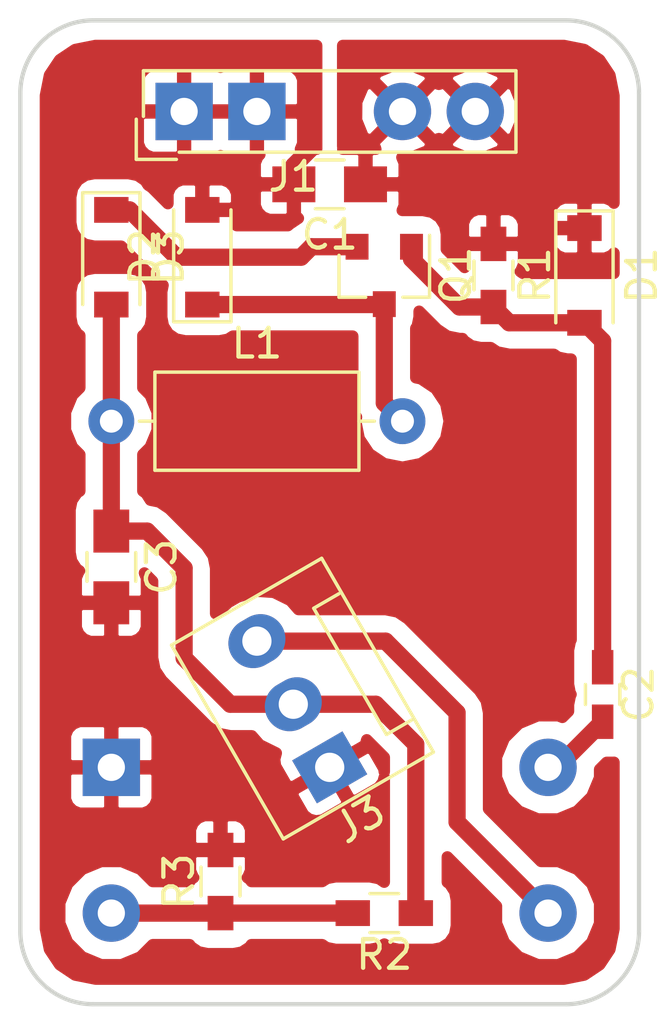
<source format=kicad_pcb>
(kicad_pcb (version 4) (host pcbnew 4.0.7)

  (general
    (links 26)
    (no_connects 1)
    (area 0.559999 0.559999 22.300001 35.000001)
    (thickness 1.6)
    (drawings 8)
    (tracks 37)
    (zones 0)
    (modules 13)
    (nets 9)
  )

  (page A4)
  (layers
    (0 F.Cu signal)
    (31 B.Cu signal)
    (32 B.Adhes user)
    (33 F.Adhes user)
    (34 B.Paste user)
    (35 F.Paste user)
    (36 B.SilkS user)
    (37 F.SilkS user)
    (38 B.Mask user)
    (39 F.Mask user)
    (40 Dwgs.User user)
    (41 Cmts.User user)
    (42 Eco1.User user)
    (43 Eco2.User user)
    (44 Edge.Cuts user)
    (45 Margin user)
    (46 B.CrtYd user)
    (47 F.CrtYd user)
    (48 B.Fab user)
    (49 F.Fab user hide)
  )

  (setup
    (last_trace_width 0.6)
    (trace_clearance 0.4)
    (zone_clearance 0.6)
    (zone_45_only no)
    (trace_min 0.2)
    (segment_width 0.2)
    (edge_width 0.15)
    (via_size 0.6)
    (via_drill 0.4)
    (via_min_size 0.4)
    (via_min_drill 0.3)
    (uvia_size 0.3)
    (uvia_drill 0.1)
    (uvias_allowed no)
    (uvia_min_size 0.2)
    (uvia_min_drill 0.1)
    (pcb_text_width 0.3)
    (pcb_text_size 1.5 1.5)
    (mod_edge_width 0.15)
    (mod_text_size 1 1)
    (mod_text_width 0.15)
    (pad_size 1.524 1.524)
    (pad_drill 0.762)
    (pad_to_mask_clearance 0.2)
    (aux_axis_origin 0 0)
    (visible_elements 7FFEFFFF)
    (pcbplotparams
      (layerselection 0x01000_00000001)
      (usegerberextensions false)
      (excludeedgelayer true)
      (linewidth 0.100000)
      (plotframeref false)
      (viasonmask false)
      (mode 1)
      (useauxorigin false)
      (hpglpennumber 1)
      (hpglpenspeed 20)
      (hpglpendiameter 15)
      (hpglpenoverlay 2)
      (psnegative false)
      (psa4output false)
      (plotreference true)
      (plotvalue true)
      (plotinvisibletext false)
      (padsonsilk false)
      (subtractmaskfromsilk false)
      (outputformat 1)
      (mirror false)
      (drillshape 0)
      (scaleselection 1)
      (outputdirectory ""))
  )

  (net 0 "")
  (net 1 +12V)
  (net 2 GND)
  (net 3 /FAN_ADC)
  (net 4 /FAN_RPM)
  (net 5 /FAN_CTRL)
  (net 6 /GATE)
  (net 7 /FAN_VOUT)
  (net 8 /IND_SW)

  (net_class Default "This is the default net class."
    (clearance 0.4)
    (trace_width 0.6)
    (via_dia 0.6)
    (via_drill 0.4)
    (uvia_dia 0.3)
    (uvia_drill 0.1)
    (add_net +12V)
    (add_net /FAN_ADC)
    (add_net /FAN_CTRL)
    (add_net /FAN_RPM)
    (add_net /FAN_VOUT)
    (add_net /GATE)
    (add_net /IND_SW)
    (add_net GND)
  )

  (module Capacitors_SMD:C_0603_HandSoldering placed (layer F.Cu) (tedit 58AA848B) (tstamp 5AA81431)
    (at 20.955 24.13 270)
    (descr "Capacitor SMD 0603, hand soldering")
    (tags "capacitor 0603")
    (path /5AA40C84)
    (attr smd)
    (fp_text reference C2 (at 0 -1.25 270) (layer F.SilkS)
      (effects (font (size 1 1) (thickness 0.15)))
    )
    (fp_text value .047u (at 0 1.5 270) (layer F.Fab)
      (effects (font (size 1 1) (thickness 0.15)))
    )
    (fp_text user %R (at 0 -1.25 270) (layer F.Fab)
      (effects (font (size 1 1) (thickness 0.15)))
    )
    (fp_line (start -0.8 0.4) (end -0.8 -0.4) (layer F.Fab) (width 0.1))
    (fp_line (start 0.8 0.4) (end -0.8 0.4) (layer F.Fab) (width 0.1))
    (fp_line (start 0.8 -0.4) (end 0.8 0.4) (layer F.Fab) (width 0.1))
    (fp_line (start -0.8 -0.4) (end 0.8 -0.4) (layer F.Fab) (width 0.1))
    (fp_line (start -0.35 -0.6) (end 0.35 -0.6) (layer F.SilkS) (width 0.12))
    (fp_line (start 0.35 0.6) (end -0.35 0.6) (layer F.SilkS) (width 0.12))
    (fp_line (start -1.8 -0.65) (end 1.8 -0.65) (layer F.CrtYd) (width 0.05))
    (fp_line (start -1.8 -0.65) (end -1.8 0.65) (layer F.CrtYd) (width 0.05))
    (fp_line (start 1.8 0.65) (end 1.8 -0.65) (layer F.CrtYd) (width 0.05))
    (fp_line (start 1.8 0.65) (end -1.8 0.65) (layer F.CrtYd) (width 0.05))
    (pad 1 smd rect (at -0.95 0 270) (size 1.2 0.75) (layers F.Cu F.Paste F.Mask)
      (net 6 /GATE))
    (pad 2 smd rect (at 0.95 0 270) (size 1.2 0.75) (layers F.Cu F.Paste F.Mask)
      (net 5 /FAN_CTRL))
    (model Capacitors_SMD.3dshapes/C_0603.wrl
      (at (xyz 0 0 0))
      (scale (xyz 1 1 1))
      (rotate (xyz 0 0 0))
    )
  )

  (module Diodes_SMD:D_SOD-123 placed (layer F.Cu) (tedit 58645DC7) (tstamp 5AA8143D)
    (at 20.32 9.525 270)
    (descr SOD-123)
    (tags SOD-123)
    (path /5AAEA835)
    (attr smd)
    (fp_text reference D1 (at 0 -2 270) (layer F.SilkS)
      (effects (font (size 1 1) (thickness 0.15)))
    )
    (fp_text value D_Zener (at 0 2.1 270) (layer F.Fab)
      (effects (font (size 1 1) (thickness 0.15)))
    )
    (fp_text user %R (at 0 -2 270) (layer F.Fab)
      (effects (font (size 1 1) (thickness 0.15)))
    )
    (fp_line (start -2.25 -1) (end -2.25 1) (layer F.SilkS) (width 0.12))
    (fp_line (start 0.25 0) (end 0.75 0) (layer F.Fab) (width 0.1))
    (fp_line (start 0.25 0.4) (end -0.35 0) (layer F.Fab) (width 0.1))
    (fp_line (start 0.25 -0.4) (end 0.25 0.4) (layer F.Fab) (width 0.1))
    (fp_line (start -0.35 0) (end 0.25 -0.4) (layer F.Fab) (width 0.1))
    (fp_line (start -0.35 0) (end -0.35 0.55) (layer F.Fab) (width 0.1))
    (fp_line (start -0.35 0) (end -0.35 -0.55) (layer F.Fab) (width 0.1))
    (fp_line (start -0.75 0) (end -0.35 0) (layer F.Fab) (width 0.1))
    (fp_line (start -1.4 0.9) (end -1.4 -0.9) (layer F.Fab) (width 0.1))
    (fp_line (start 1.4 0.9) (end -1.4 0.9) (layer F.Fab) (width 0.1))
    (fp_line (start 1.4 -0.9) (end 1.4 0.9) (layer F.Fab) (width 0.1))
    (fp_line (start -1.4 -0.9) (end 1.4 -0.9) (layer F.Fab) (width 0.1))
    (fp_line (start -2.35 -1.15) (end 2.35 -1.15) (layer F.CrtYd) (width 0.05))
    (fp_line (start 2.35 -1.15) (end 2.35 1.15) (layer F.CrtYd) (width 0.05))
    (fp_line (start 2.35 1.15) (end -2.35 1.15) (layer F.CrtYd) (width 0.05))
    (fp_line (start -2.35 -1.15) (end -2.35 1.15) (layer F.CrtYd) (width 0.05))
    (fp_line (start -2.25 1) (end 1.65 1) (layer F.SilkS) (width 0.12))
    (fp_line (start -2.25 -1) (end 1.65 -1) (layer F.SilkS) (width 0.12))
    (pad 1 smd rect (at -1.65 0 270) (size 0.9 1.2) (layers F.Cu F.Paste F.Mask)
      (net 1 +12V))
    (pad 2 smd rect (at 1.65 0 270) (size 0.9 1.2) (layers F.Cu F.Paste F.Mask)
      (net 6 /GATE))
    (model ${KISYS3DMOD}/Diodes_SMD.3dshapes/D_SOD-123.wrl
      (at (xyz 0 0 0))
      (scale (xyz 1 1 1))
      (rotate (xyz 0 0 0))
    )
  )

  (module Diodes_SMD:D_SOD-123 placed (layer F.Cu) (tedit 58645DC7) (tstamp 5AA81443)
    (at 6.985 8.89 90)
    (descr SOD-123)
    (tags SOD-123)
    (path /5AA40DD5)
    (attr smd)
    (fp_text reference D2 (at 0 -2 90) (layer F.SilkS)
      (effects (font (size 1 1) (thickness 0.15)))
    )
    (fp_text value D_Schottky (at 0 2.1 90) (layer F.Fab)
      (effects (font (size 1 1) (thickness 0.15)))
    )
    (fp_text user %R (at 0 -2 90) (layer F.Fab)
      (effects (font (size 1 1) (thickness 0.15)))
    )
    (fp_line (start -2.25 -1) (end -2.25 1) (layer F.SilkS) (width 0.12))
    (fp_line (start 0.25 0) (end 0.75 0) (layer F.Fab) (width 0.1))
    (fp_line (start 0.25 0.4) (end -0.35 0) (layer F.Fab) (width 0.1))
    (fp_line (start 0.25 -0.4) (end 0.25 0.4) (layer F.Fab) (width 0.1))
    (fp_line (start -0.35 0) (end 0.25 -0.4) (layer F.Fab) (width 0.1))
    (fp_line (start -0.35 0) (end -0.35 0.55) (layer F.Fab) (width 0.1))
    (fp_line (start -0.35 0) (end -0.35 -0.55) (layer F.Fab) (width 0.1))
    (fp_line (start -0.75 0) (end -0.35 0) (layer F.Fab) (width 0.1))
    (fp_line (start -1.4 0.9) (end -1.4 -0.9) (layer F.Fab) (width 0.1))
    (fp_line (start 1.4 0.9) (end -1.4 0.9) (layer F.Fab) (width 0.1))
    (fp_line (start 1.4 -0.9) (end 1.4 0.9) (layer F.Fab) (width 0.1))
    (fp_line (start -1.4 -0.9) (end 1.4 -0.9) (layer F.Fab) (width 0.1))
    (fp_line (start -2.35 -1.15) (end 2.35 -1.15) (layer F.CrtYd) (width 0.05))
    (fp_line (start 2.35 -1.15) (end 2.35 1.15) (layer F.CrtYd) (width 0.05))
    (fp_line (start 2.35 1.15) (end -2.35 1.15) (layer F.CrtYd) (width 0.05))
    (fp_line (start -2.35 -1.15) (end -2.35 1.15) (layer F.CrtYd) (width 0.05))
    (fp_line (start -2.25 1) (end 1.65 1) (layer F.SilkS) (width 0.12))
    (fp_line (start -2.25 -1) (end 1.65 -1) (layer F.SilkS) (width 0.12))
    (pad 1 smd rect (at -1.65 0 90) (size 0.9 1.2) (layers F.Cu F.Paste F.Mask)
      (net 8 /IND_SW))
    (pad 2 smd rect (at 1.65 0 90) (size 0.9 1.2) (layers F.Cu F.Paste F.Mask)
      (net 2 GND))
    (model ${KISYS3DMOD}/Diodes_SMD.3dshapes/D_SOD-123.wrl
      (at (xyz 0 0 0))
      (scale (xyz 1 1 1))
      (rotate (xyz 0 0 0))
    )
  )

  (module Diodes_SMD:D_SOD-123 placed (layer F.Cu) (tedit 58645DC7) (tstamp 5AA81449)
    (at 3.81 8.89 270)
    (descr SOD-123)
    (tags SOD-123)
    (path /5AA40E20)
    (attr smd)
    (fp_text reference D3 (at 0 -2 270) (layer F.SilkS)
      (effects (font (size 1 1) (thickness 0.15)))
    )
    (fp_text value D_Schottky (at 0 2.1 270) (layer F.Fab)
      (effects (font (size 1 1) (thickness 0.15)))
    )
    (fp_text user %R (at 0 -2 270) (layer F.Fab)
      (effects (font (size 1 1) (thickness 0.15)))
    )
    (fp_line (start -2.25 -1) (end -2.25 1) (layer F.SilkS) (width 0.12))
    (fp_line (start 0.25 0) (end 0.75 0) (layer F.Fab) (width 0.1))
    (fp_line (start 0.25 0.4) (end -0.35 0) (layer F.Fab) (width 0.1))
    (fp_line (start 0.25 -0.4) (end 0.25 0.4) (layer F.Fab) (width 0.1))
    (fp_line (start -0.35 0) (end 0.25 -0.4) (layer F.Fab) (width 0.1))
    (fp_line (start -0.35 0) (end -0.35 0.55) (layer F.Fab) (width 0.1))
    (fp_line (start -0.35 0) (end -0.35 -0.55) (layer F.Fab) (width 0.1))
    (fp_line (start -0.75 0) (end -0.35 0) (layer F.Fab) (width 0.1))
    (fp_line (start -1.4 0.9) (end -1.4 -0.9) (layer F.Fab) (width 0.1))
    (fp_line (start 1.4 0.9) (end -1.4 0.9) (layer F.Fab) (width 0.1))
    (fp_line (start 1.4 -0.9) (end 1.4 0.9) (layer F.Fab) (width 0.1))
    (fp_line (start -1.4 -0.9) (end 1.4 -0.9) (layer F.Fab) (width 0.1))
    (fp_line (start -2.35 -1.15) (end 2.35 -1.15) (layer F.CrtYd) (width 0.05))
    (fp_line (start 2.35 -1.15) (end 2.35 1.15) (layer F.CrtYd) (width 0.05))
    (fp_line (start 2.35 1.15) (end -2.35 1.15) (layer F.CrtYd) (width 0.05))
    (fp_line (start -2.35 -1.15) (end -2.35 1.15) (layer F.CrtYd) (width 0.05))
    (fp_line (start -2.25 1) (end 1.65 1) (layer F.SilkS) (width 0.12))
    (fp_line (start -2.25 -1) (end 1.65 -1) (layer F.SilkS) (width 0.12))
    (pad 1 smd rect (at -1.65 0 270) (size 0.9 1.2) (layers F.Cu F.Paste F.Mask)
      (net 1 +12V))
    (pad 2 smd rect (at 1.65 0 270) (size 0.9 1.2) (layers F.Cu F.Paste F.Mask)
      (net 7 /FAN_VOUT))
    (model ${KISYS3DMOD}/Diodes_SMD.3dshapes/D_SOD-123.wrl
      (at (xyz 0 0 0))
      (scale (xyz 1 1 1))
      (rotate (xyz 0 0 0))
    )
  )

  (module Connectors:Fan_Pin_Header_Straight_1x03 placed (layer F.Cu) (tedit 58130A41) (tstamp 5AA81460)
    (at 11.43 26.67 210)
    (descr "3-pin CPU fan Through hole pin header")
    (tags "pin header 3-pin CPU fan")
    (path /5AA4101F)
    (fp_text reference J3 (at 0 -2.1 210) (layer F.SilkS)
      (effects (font (size 1 1) (thickness 0.15)))
    )
    (fp_text value Conn_01x03 (at 0 7.25 210) (layer F.Fab)
      (effects (font (size 1 1) (thickness 0.15)))
    )
    (fp_text user %R (at 0 -2.1 210) (layer F.Fab)
      (effects (font (size 1 1) (thickness 0.15)))
    )
    (fp_line (start -3.4 -1.35) (end 2.65 -1.35) (layer F.SilkS) (width 0.12))
    (fp_line (start 2.65 -1.35) (end 2.65 6.45) (layer F.SilkS) (width 0.12))
    (fp_line (start 2.65 6.45) (end -3.4 6.45) (layer F.SilkS) (width 0.12))
    (fp_line (start -3.4 6.45) (end -3.4 -1.35) (layer F.SilkS) (width 0.12))
    (fp_line (start -3.3 5.05) (end -2.3 5.05) (layer F.Fab) (width 0.1))
    (fp_line (start -2.3 5.05) (end -2.3 0) (layer F.Fab) (width 0.1))
    (fp_line (start -2.3 0) (end -3.3 0) (layer F.Fab) (width 0.1))
    (fp_line (start -3.3 -1.25) (end 2.55 -1.25) (layer F.Fab) (width 0.1))
    (fp_line (start 2.55 -1.25) (end 2.55 6.35) (layer F.Fab) (width 0.1))
    (fp_line (start 2.55 6.35) (end -3.3 6.35) (layer F.Fab) (width 0.1))
    (fp_line (start -3.3 6.35) (end -3.3 -1.25) (layer F.Fab) (width 0.1))
    (fp_line (start -3.3 0) (end -2.29 0) (layer F.SilkS) (width 0.12))
    (fp_line (start -2.29 0) (end -2.29 5.08) (layer F.SilkS) (width 0.12))
    (fp_line (start -2.29 5.08) (end -3.3 5.08) (layer F.SilkS) (width 0.12))
    (fp_line (start -3.8 -1.75) (end 3.05 -1.75) (layer F.CrtYd) (width 0.05))
    (fp_line (start -3.8 -1.75) (end -3.8 6.85) (layer F.CrtYd) (width 0.05))
    (fp_line (start 3.05 6.85) (end 3.05 -1.75) (layer F.CrtYd) (width 0.05))
    (fp_line (start 3.05 6.85) (end -3.8 6.85) (layer F.CrtYd) (width 0.05))
    (pad 1 thru_hole rect (at 0 0 210) (size 2.03 1.73) (drill 1.02) (layers *.Cu *.Mask)
      (net 2 GND))
    (pad 2 thru_hole oval (at 0 2.54 210) (size 2.03 1.73) (drill 1.02) (layers *.Cu *.Mask)
      (net 7 /FAN_VOUT))
    (pad 3 thru_hole oval (at 0 5.08 210) (size 2.03 1.73) (drill 1.02) (layers *.Cu *.Mask)
      (net 4 /FAN_RPM))
    (model Connectors.3dshapes\Fan_Pin_Header_Straight_1x03.wrl
      (at (xyz 0 0 0))
      (scale (xyz 0.39 0.39 0.39))
      (rotate (xyz 0 0 -90))
    )
  )

  (module TO_SOT_Packages_SMD:SOT-23 placed (layer F.Cu) (tedit 58CE4E7E) (tstamp 5AA8146D)
    (at 13.335 9.525 270)
    (descr "SOT-23, Standard")
    (tags SOT-23)
    (path /5AA40C0A)
    (attr smd)
    (fp_text reference Q1 (at 0 -2.5 270) (layer F.SilkS)
      (effects (font (size 1 1) (thickness 0.15)))
    )
    (fp_text value DMP2160U (at 0 2.5 270) (layer F.Fab)
      (effects (font (size 1 1) (thickness 0.15)))
    )
    (fp_text user %R (at 0 0 360) (layer F.Fab)
      (effects (font (size 0.5 0.5) (thickness 0.075)))
    )
    (fp_line (start -0.7 -0.95) (end -0.7 1.5) (layer F.Fab) (width 0.1))
    (fp_line (start -0.15 -1.52) (end 0.7 -1.52) (layer F.Fab) (width 0.1))
    (fp_line (start -0.7 -0.95) (end -0.15 -1.52) (layer F.Fab) (width 0.1))
    (fp_line (start 0.7 -1.52) (end 0.7 1.52) (layer F.Fab) (width 0.1))
    (fp_line (start -0.7 1.52) (end 0.7 1.52) (layer F.Fab) (width 0.1))
    (fp_line (start 0.76 1.58) (end 0.76 0.65) (layer F.SilkS) (width 0.12))
    (fp_line (start 0.76 -1.58) (end 0.76 -0.65) (layer F.SilkS) (width 0.12))
    (fp_line (start -1.7 -1.75) (end 1.7 -1.75) (layer F.CrtYd) (width 0.05))
    (fp_line (start 1.7 -1.75) (end 1.7 1.75) (layer F.CrtYd) (width 0.05))
    (fp_line (start 1.7 1.75) (end -1.7 1.75) (layer F.CrtYd) (width 0.05))
    (fp_line (start -1.7 1.75) (end -1.7 -1.75) (layer F.CrtYd) (width 0.05))
    (fp_line (start 0.76 -1.58) (end -1.4 -1.58) (layer F.SilkS) (width 0.12))
    (fp_line (start 0.76 1.58) (end -0.7 1.58) (layer F.SilkS) (width 0.12))
    (pad 1 smd rect (at -1 -0.95 270) (size 0.9 0.8) (layers F.Cu F.Paste F.Mask)
      (net 6 /GATE))
    (pad 2 smd rect (at -1 0.95 270) (size 0.9 0.8) (layers F.Cu F.Paste F.Mask)
      (net 1 +12V))
    (pad 3 smd rect (at 1 0 270) (size 0.9 0.8) (layers F.Cu F.Paste F.Mask)
      (net 8 /IND_SW))
    (model ${KISYS3DMOD}/TO_SOT_Packages_SMD.3dshapes/SOT-23.wrl
      (at (xyz 0 0 0))
      (scale (xyz 1 1 1))
      (rotate (xyz 0 0 0))
    )
  )

  (module Resistors_SMD:R_0603_HandSoldering placed (layer F.Cu) (tedit 58E0A804) (tstamp 5AA81473)
    (at 17.145 9.525 270)
    (descr "Resistor SMD 0603, hand soldering")
    (tags "resistor 0603")
    (path /5AA40E6B)
    (attr smd)
    (fp_text reference R1 (at 0 -1.45 270) (layer F.SilkS)
      (effects (font (size 1 1) (thickness 0.15)))
    )
    (fp_text value 100k (at 0 1.55 270) (layer F.Fab)
      (effects (font (size 1 1) (thickness 0.15)))
    )
    (fp_text user %R (at 0 0 270) (layer F.Fab)
      (effects (font (size 0.4 0.4) (thickness 0.075)))
    )
    (fp_line (start -0.8 0.4) (end -0.8 -0.4) (layer F.Fab) (width 0.1))
    (fp_line (start 0.8 0.4) (end -0.8 0.4) (layer F.Fab) (width 0.1))
    (fp_line (start 0.8 -0.4) (end 0.8 0.4) (layer F.Fab) (width 0.1))
    (fp_line (start -0.8 -0.4) (end 0.8 -0.4) (layer F.Fab) (width 0.1))
    (fp_line (start 0.5 0.68) (end -0.5 0.68) (layer F.SilkS) (width 0.12))
    (fp_line (start -0.5 -0.68) (end 0.5 -0.68) (layer F.SilkS) (width 0.12))
    (fp_line (start -1.96 -0.7) (end 1.95 -0.7) (layer F.CrtYd) (width 0.05))
    (fp_line (start -1.96 -0.7) (end -1.96 0.7) (layer F.CrtYd) (width 0.05))
    (fp_line (start 1.95 0.7) (end 1.95 -0.7) (layer F.CrtYd) (width 0.05))
    (fp_line (start 1.95 0.7) (end -1.96 0.7) (layer F.CrtYd) (width 0.05))
    (pad 1 smd rect (at -1.1 0 270) (size 1.2 0.9) (layers F.Cu F.Paste F.Mask)
      (net 1 +12V))
    (pad 2 smd rect (at 1.1 0 270) (size 1.2 0.9) (layers F.Cu F.Paste F.Mask)
      (net 6 /GATE))
    (model ${KISYS3DMOD}/Resistors_SMD.3dshapes/R_0603.wrl
      (at (xyz 0 0 0))
      (scale (xyz 1 1 1))
      (rotate (xyz 0 0 0))
    )
  )

  (module Resistors_SMD:R_0603_HandSoldering placed (layer F.Cu) (tedit 58E0A804) (tstamp 5AA81479)
    (at 13.335 31.75 180)
    (descr "Resistor SMD 0603, hand soldering")
    (tags "resistor 0603")
    (path /5AA42769)
    (attr smd)
    (fp_text reference R2 (at 0 -1.45 180) (layer F.SilkS)
      (effects (font (size 1 1) (thickness 0.15)))
    )
    (fp_text value 9.1k (at 0 1.55 180) (layer F.Fab)
      (effects (font (size 1 1) (thickness 0.15)))
    )
    (fp_text user %R (at 0 0 180) (layer F.Fab)
      (effects (font (size 0.4 0.4) (thickness 0.075)))
    )
    (fp_line (start -0.8 0.4) (end -0.8 -0.4) (layer F.Fab) (width 0.1))
    (fp_line (start 0.8 0.4) (end -0.8 0.4) (layer F.Fab) (width 0.1))
    (fp_line (start 0.8 -0.4) (end 0.8 0.4) (layer F.Fab) (width 0.1))
    (fp_line (start -0.8 -0.4) (end 0.8 -0.4) (layer F.Fab) (width 0.1))
    (fp_line (start 0.5 0.68) (end -0.5 0.68) (layer F.SilkS) (width 0.12))
    (fp_line (start -0.5 -0.68) (end 0.5 -0.68) (layer F.SilkS) (width 0.12))
    (fp_line (start -1.96 -0.7) (end 1.95 -0.7) (layer F.CrtYd) (width 0.05))
    (fp_line (start -1.96 -0.7) (end -1.96 0.7) (layer F.CrtYd) (width 0.05))
    (fp_line (start 1.95 0.7) (end 1.95 -0.7) (layer F.CrtYd) (width 0.05))
    (fp_line (start 1.95 0.7) (end -1.96 0.7) (layer F.CrtYd) (width 0.05))
    (pad 1 smd rect (at -1.1 0 180) (size 1.2 0.9) (layers F.Cu F.Paste F.Mask)
      (net 7 /FAN_VOUT))
    (pad 2 smd rect (at 1.1 0 180) (size 1.2 0.9) (layers F.Cu F.Paste F.Mask)
      (net 3 /FAN_ADC))
    (model ${KISYS3DMOD}/Resistors_SMD.3dshapes/R_0603.wrl
      (at (xyz 0 0 0))
      (scale (xyz 1 1 1))
      (rotate (xyz 0 0 0))
    )
  )

  (module Resistors_SMD:R_0603_HandSoldering placed (layer F.Cu) (tedit 58E0A804) (tstamp 5AA8147F)
    (at 7.62 30.65 90)
    (descr "Resistor SMD 0603, hand soldering")
    (tags "resistor 0603")
    (path /5AA427BE)
    (attr smd)
    (fp_text reference R3 (at 0 -1.45 90) (layer F.SilkS)
      (effects (font (size 1 1) (thickness 0.15)))
    )
    (fp_text value 1.3k (at 0 1.55 90) (layer F.Fab)
      (effects (font (size 1 1) (thickness 0.15)))
    )
    (fp_text user %R (at 0 0 90) (layer F.Fab)
      (effects (font (size 0.4 0.4) (thickness 0.075)))
    )
    (fp_line (start -0.8 0.4) (end -0.8 -0.4) (layer F.Fab) (width 0.1))
    (fp_line (start 0.8 0.4) (end -0.8 0.4) (layer F.Fab) (width 0.1))
    (fp_line (start 0.8 -0.4) (end 0.8 0.4) (layer F.Fab) (width 0.1))
    (fp_line (start -0.8 -0.4) (end 0.8 -0.4) (layer F.Fab) (width 0.1))
    (fp_line (start 0.5 0.68) (end -0.5 0.68) (layer F.SilkS) (width 0.12))
    (fp_line (start -0.5 -0.68) (end 0.5 -0.68) (layer F.SilkS) (width 0.12))
    (fp_line (start -1.96 -0.7) (end 1.95 -0.7) (layer F.CrtYd) (width 0.05))
    (fp_line (start -1.96 -0.7) (end -1.96 0.7) (layer F.CrtYd) (width 0.05))
    (fp_line (start 1.95 0.7) (end 1.95 -0.7) (layer F.CrtYd) (width 0.05))
    (fp_line (start 1.95 0.7) (end -1.96 0.7) (layer F.CrtYd) (width 0.05))
    (pad 1 smd rect (at -1.1 0 90) (size 1.2 0.9) (layers F.Cu F.Paste F.Mask)
      (net 3 /FAN_ADC))
    (pad 2 smd rect (at 1.1 0 90) (size 1.2 0.9) (layers F.Cu F.Paste F.Mask)
      (net 2 GND))
    (model ${KISYS3DMOD}/Resistors_SMD.3dshapes/R_0603.wrl
      (at (xyz 0 0 0))
      (scale (xyz 1 1 1))
      (rotate (xyz 0 0 0))
    )
  )

  (module custom:Fan_Controller locked placed (layer F.Cu) (tedit 5AA878FA) (tstamp 5AA85A0C)
    (at 11.43 3.81)
    (descr "Low profile, screw machine socket strip, through hole, 100mil / 2.54mm pitch")
    (tags "samtec socket strip tht single")
    (path /5AA82FE8)
    (fp_text reference J1 (at -1.27 2.27 180) (layer F.SilkS)
      (effects (font (size 1 1) (thickness 0.15)))
    )
    (fp_text value Conn_01x08 (at -1.27 -2.54) (layer F.Fab)
      (effects (font (size 1 1) (thickness 0.15)))
    )
    (fp_line (start -11.43 -3.81) (end 11.43 -3.81) (layer F.CrtYd) (width 0.15))
    (fp_line (start 11.43 -3.81) (end 11.43 31.75) (layer F.CrtYd) (width 0.15))
    (fp_line (start 11.43 31.75) (end -11.43 31.75) (layer F.CrtYd) (width 0.15))
    (fp_line (start -11.43 31.75) (end -11.43 -3.81) (layer F.CrtYd) (width 0.15))
    (fp_line (start -6.5 0.17) (end -6.5 -1.42) (layer F.SilkS) (width 0.12))
    (fp_line (start -6.5 -1.42) (end 6.5 -1.42) (layer F.SilkS) (width 0.12))
    (fp_line (start 6.5 -1.42) (end 6.5 1.42) (layer F.SilkS) (width 0.12))
    (fp_line (start 6.5 1.42) (end -5.25 1.42) (layer F.SilkS) (width 0.12))
    (fp_line (start -6.75 0.27) (end -6.75 1.67) (layer F.SilkS) (width 0.12))
    (fp_line (start -6.75 1.67) (end -5.35 1.67) (layer F.SilkS) (width 0.12))
    (fp_line (start -6.75 0.27) (end -6.75 1.67) (layer F.Fab) (width 0.1))
    (fp_line (start -6.75 1.67) (end -5.35 1.67) (layer F.Fab) (width 0.1))
    (fp_line (start -6.35 1.27) (end 6.35 1.27) (layer F.Fab) (width 0.1))
    (fp_line (start 6.35 1.27) (end 6.35 -1.27) (layer F.Fab) (width 0.1))
    (fp_line (start 6.35 -1.27) (end -6.35 -1.27) (layer F.Fab) (width 0.1))
    (fp_line (start -6.35 -1.27) (end -6.35 1.27) (layer F.Fab) (width 0.1))
    (fp_line (start -6.85 1.77) (end 4.31 1.77) (layer F.CrtYd) (width 0.05))
    (fp_line (start 4.31 1.77) (end 4.31 -1.77) (layer F.CrtYd) (width 0.05))
    (fp_line (start 4.31 -1.77) (end -6.85 -1.77) (layer F.CrtYd) (width 0.05))
    (fp_line (start -6.85 -1.77) (end -6.85 1.77) (layer F.CrtYd) (width 0.05))
    (fp_line (start -3.81 1.27) (end -3.81 1.07) (layer F.Fab) (width 0.1))
    (fp_line (start -3.81 -1.27) (end -3.81 -1.07) (layer F.Fab) (width 0.1))
    (fp_line (start -1.27 1.27) (end -1.27 1.07) (layer F.Fab) (width 0.1))
    (fp_line (start -1.27 -1.27) (end -1.27 -1.07) (layer F.Fab) (width 0.1))
    (fp_line (start 1.27 1.27) (end 1.27 1.07) (layer F.Fab) (width 0.1))
    (fp_line (start 1.27 -1.27) (end 1.27 -1.07) (layer F.Fab) (width 0.1))
    (fp_line (start 3.81 1.27) (end 3.81 1.07) (layer F.Fab) (width 0.1))
    (fp_line (start 3.81 -1.27) (end 3.81 -1.07) (layer F.Fab) (width 0.1))
    (fp_text user %R (at -1.27 0 180) (layer F.Fab)
      (effects (font (size 1 1) (thickness 0.15)))
    )
    (pad 2 thru_hole rect (at -2.54 0) (size 2 2) (drill 0.95) (layers *.Cu *.Mask)
      (net 2 GND))
    (pad 6 thru_hole circle (at -7.62 27.94 90) (size 2 2) (drill 0.95) (layers *.Cu *.Mask)
      (net 3 /FAN_ADC))
    (pad 5 thru_hole rect (at -7.62 22.86) (size 2 2) (drill 0.95) (layers *.Cu *.Mask)
      (net 2 GND))
    (pad 1 thru_hole rect (at -5.08 0) (size 2 2) (drill 0.95) (layers *.Cu *.Mask)
      (net 2 GND))
    (pad 3 thru_hole circle (at 2.54 0 90) (size 2 2) (drill 0.95) (layers *.Cu *.Mask)
      (net 1 +12V))
    (pad 4 thru_hole circle (at 5.08 0 90) (size 2 2) (drill 0.95) (layers *.Cu *.Mask)
      (net 1 +12V))
    (pad 7 thru_hole circle (at 7.62 27.94 90) (size 2 2) (drill 0.95) (layers *.Cu *.Mask)
      (net 4 /FAN_RPM))
    (pad 8 thru_hole circle (at 7.62 22.86 90) (size 2 2) (drill 0.95) (layers *.Cu *.Mask)
      (net 5 /FAN_CTRL))
    (model ${KISYS3DMOD}/Connectors_Samtec.3dshapes/SL-104-X-XX_1x04.wrl
      (at (xyz 0 0 0))
      (scale (xyz 1 1 1))
      (rotate (xyz 0 0 0))
    )
  )

  (module Capacitors_SMD:C_0805_HandSoldering (layer F.Cu) (tedit 58AA84A8) (tstamp 5AAEA8A9)
    (at 11.43 6.35 180)
    (descr "Capacitor SMD 0805, hand soldering")
    (tags "capacitor 0805")
    (path /5AA40F47)
    (attr smd)
    (fp_text reference C1 (at 0 -1.75 180) (layer F.SilkS)
      (effects (font (size 1 1) (thickness 0.15)))
    )
    (fp_text value 10u (at 0 1.75 180) (layer F.Fab)
      (effects (font (size 1 1) (thickness 0.15)))
    )
    (fp_text user %R (at 0 -1.75 180) (layer F.Fab)
      (effects (font (size 1 1) (thickness 0.15)))
    )
    (fp_line (start -1 0.62) (end -1 -0.62) (layer F.Fab) (width 0.1))
    (fp_line (start 1 0.62) (end -1 0.62) (layer F.Fab) (width 0.1))
    (fp_line (start 1 -0.62) (end 1 0.62) (layer F.Fab) (width 0.1))
    (fp_line (start -1 -0.62) (end 1 -0.62) (layer F.Fab) (width 0.1))
    (fp_line (start 0.5 -0.85) (end -0.5 -0.85) (layer F.SilkS) (width 0.12))
    (fp_line (start -0.5 0.85) (end 0.5 0.85) (layer F.SilkS) (width 0.12))
    (fp_line (start -2.25 -0.88) (end 2.25 -0.88) (layer F.CrtYd) (width 0.05))
    (fp_line (start -2.25 -0.88) (end -2.25 0.87) (layer F.CrtYd) (width 0.05))
    (fp_line (start 2.25 0.87) (end 2.25 -0.88) (layer F.CrtYd) (width 0.05))
    (fp_line (start 2.25 0.87) (end -2.25 0.87) (layer F.CrtYd) (width 0.05))
    (pad 1 smd rect (at -1.25 0 180) (size 1.5 1.25) (layers F.Cu F.Paste F.Mask)
      (net 1 +12V))
    (pad 2 smd rect (at 1.25 0 180) (size 1.5 1.25) (layers F.Cu F.Paste F.Mask)
      (net 2 GND))
    (model Capacitors_SMD.3dshapes/C_0805.wrl
      (at (xyz 0 0 0))
      (scale (xyz 1 1 1))
      (rotate (xyz 0 0 0))
    )
  )

  (module Capacitors_SMD:C_0805_HandSoldering (layer F.Cu) (tedit 58AA84A8) (tstamp 5AAEA8AE)
    (at 3.81 19.685 270)
    (descr "Capacitor SMD 0805, hand soldering")
    (tags "capacitor 0805")
    (path /5AA40FBD)
    (attr smd)
    (fp_text reference C3 (at 0 -1.75 270) (layer F.SilkS)
      (effects (font (size 1 1) (thickness 0.15)))
    )
    (fp_text value 10u (at 0 1.75 270) (layer F.Fab)
      (effects (font (size 1 1) (thickness 0.15)))
    )
    (fp_text user %R (at 0 -1.75 270) (layer F.Fab)
      (effects (font (size 1 1) (thickness 0.15)))
    )
    (fp_line (start -1 0.62) (end -1 -0.62) (layer F.Fab) (width 0.1))
    (fp_line (start 1 0.62) (end -1 0.62) (layer F.Fab) (width 0.1))
    (fp_line (start 1 -0.62) (end 1 0.62) (layer F.Fab) (width 0.1))
    (fp_line (start -1 -0.62) (end 1 -0.62) (layer F.Fab) (width 0.1))
    (fp_line (start 0.5 -0.85) (end -0.5 -0.85) (layer F.SilkS) (width 0.12))
    (fp_line (start -0.5 0.85) (end 0.5 0.85) (layer F.SilkS) (width 0.12))
    (fp_line (start -2.25 -0.88) (end 2.25 -0.88) (layer F.CrtYd) (width 0.05))
    (fp_line (start -2.25 -0.88) (end -2.25 0.87) (layer F.CrtYd) (width 0.05))
    (fp_line (start 2.25 0.87) (end 2.25 -0.88) (layer F.CrtYd) (width 0.05))
    (fp_line (start 2.25 0.87) (end -2.25 0.87) (layer F.CrtYd) (width 0.05))
    (pad 1 smd rect (at -1.25 0 270) (size 1.5 1.25) (layers F.Cu F.Paste F.Mask)
      (net 7 /FAN_VOUT))
    (pad 2 smd rect (at 1.25 0 270) (size 1.5 1.25) (layers F.Cu F.Paste F.Mask)
      (net 2 GND))
    (model Capacitors_SMD.3dshapes/C_0805.wrl
      (at (xyz 0 0 0))
      (scale (xyz 1 1 1))
      (rotate (xyz 0 0 0))
    )
  )

  (module Inductors_THT:L_Axial_L7.0mm_D3.3mm_P10.16mm_Horizontal_Fastron_MICC (layer F.Cu) (tedit 587E3FCE) (tstamp 5AAEA8B3)
    (at 3.81 14.605)
    (descr "L, Axial series, Axial, Horizontal, pin pitch=10.16mm, , length*diameter=7*3.3mm^2, Fastron, MICC, http://www.fastrongroup.com/image-show/70/MICC.pdf?type=Complete-DataSheet&productType=series")
    (tags "L Axial series Axial Horizontal pin pitch 10.16mm  length 7mm diameter 3.3mm Fastron MICC")
    (path /5AA40CDB)
    (fp_text reference L1 (at 5.08 -2.71) (layer F.SilkS)
      (effects (font (size 1 1) (thickness 0.15)))
    )
    (fp_text value 100u (at 5.08 2.71) (layer F.Fab)
      (effects (font (size 1 1) (thickness 0.15)))
    )
    (fp_line (start 1.58 -1.65) (end 1.58 1.65) (layer F.Fab) (width 0.1))
    (fp_line (start 1.58 1.65) (end 8.58 1.65) (layer F.Fab) (width 0.1))
    (fp_line (start 8.58 1.65) (end 8.58 -1.65) (layer F.Fab) (width 0.1))
    (fp_line (start 8.58 -1.65) (end 1.58 -1.65) (layer F.Fab) (width 0.1))
    (fp_line (start 0 0) (end 1.58 0) (layer F.Fab) (width 0.1))
    (fp_line (start 10.16 0) (end 8.58 0) (layer F.Fab) (width 0.1))
    (fp_line (start 1.52 -1.71) (end 1.52 1.71) (layer F.SilkS) (width 0.12))
    (fp_line (start 1.52 1.71) (end 8.64 1.71) (layer F.SilkS) (width 0.12))
    (fp_line (start 8.64 1.71) (end 8.64 -1.71) (layer F.SilkS) (width 0.12))
    (fp_line (start 8.64 -1.71) (end 1.52 -1.71) (layer F.SilkS) (width 0.12))
    (fp_line (start 0.98 0) (end 1.52 0) (layer F.SilkS) (width 0.12))
    (fp_line (start 9.18 0) (end 8.64 0) (layer F.SilkS) (width 0.12))
    (fp_line (start -1.05 -2) (end -1.05 2) (layer F.CrtYd) (width 0.05))
    (fp_line (start -1.05 2) (end 11.25 2) (layer F.CrtYd) (width 0.05))
    (fp_line (start 11.25 2) (end 11.25 -2) (layer F.CrtYd) (width 0.05))
    (fp_line (start 11.25 -2) (end -1.05 -2) (layer F.CrtYd) (width 0.05))
    (pad 1 thru_hole circle (at 0 0) (size 1.6 1.6) (drill 0.8) (layers *.Cu *.Mask)
      (net 7 /FAN_VOUT))
    (pad 2 thru_hole oval (at 10.16 0) (size 1.6 1.6) (drill 0.8) (layers *.Cu *.Mask)
      (net 8 /IND_SW))
    (model Inductors_THT.3dshapes/L_Axial_L7.0mm_D3.3mm_P10.16mm_Horizontal_Fastron_MICC.wrl
      (at (xyz 0 0 0))
      (scale (xyz 0.393701 0.393701 0.393701))
      (rotate (xyz 0 0 0))
    )
  )

  (gr_line (start 0.635 3.175) (end 0.635 32.385) (angle 90) (layer Edge.Cuts) (width 0.15))
  (gr_line (start 19.685 0.635) (end 3.175 0.635) (angle 90) (layer Edge.Cuts) (width 0.15))
  (gr_line (start 22.225 32.385) (end 22.225 3.175) (angle 90) (layer Edge.Cuts) (width 0.15))
  (gr_line (start 3.175 34.925) (end 19.685 34.925) (angle 90) (layer Edge.Cuts) (width 0.15))
  (gr_arc (start 19.685 32.385) (end 22.225 32.385) (angle 90) (layer Edge.Cuts) (width 0.15))
  (gr_arc (start 3.175 32.385) (end 3.175 34.925) (angle 90) (layer Edge.Cuts) (width 0.15))
  (gr_arc (start 19.685 3.175) (end 19.685 0.635) (angle 90) (layer Edge.Cuts) (width 0.15))
  (gr_arc (start 3.175 3.175) (end 0.635 3.175) (angle 90) (layer Edge.Cuts) (width 0.15))

  (segment (start 3.81 7.24) (end 4.446 7.24) (width 0.6) (layer F.Cu) (net 1))
  (segment (start 10.795 8.525) (end 12.385 8.525) (width 0.6) (layer F.Cu) (net 1) (tstamp 5AA87756))
  (segment (start 10.43 8.89) (end 10.795 8.525) (width 0.6) (layer F.Cu) (net 1) (tstamp 5AA8774F))
  (segment (start 6.096 8.89) (end 10.43 8.89) (width 0.6) (layer F.Cu) (net 1) (tstamp 5AA8774B))
  (segment (start 4.446 7.24) (end 6.096 8.89) (width 0.6) (layer F.Cu) (net 1) (tstamp 5AA8782D))
  (segment (start 3.81 7.24) (end 3.938 7.24) (width 0.6) (layer F.Cu) (net 1))
  (segment (start 10.18 6.35) (end 10.18 5.695) (width 0.6) (layer F.Cu) (net 2))
  (segment (start 10.18 5.695) (end 10.795 5.08) (width 0.6) (layer F.Cu) (net 2) (tstamp 5AAEADFF))
  (segment (start 12.235 31.75) (end 7.62 31.75) (width 0.6) (layer F.Cu) (net 3))
  (segment (start 3.81 31.75) (end 7.62 31.75) (width 0.6) (layer F.Cu) (net 3))
  (segment (start 8.89 22.270591) (end 13.380591 22.270591) (width 0.6) (layer F.Cu) (net 4))
  (segment (start 15.875 28.575) (end 19.05 31.75) (width 0.6) (layer F.Cu) (net 4) (tstamp 5AAEAD6D))
  (segment (start 15.875 24.765) (end 15.875 28.575) (width 0.6) (layer F.Cu) (net 4) (tstamp 5AAEAD6B))
  (segment (start 13.380591 22.270591) (end 15.875 24.765) (width 0.6) (layer F.Cu) (net 4) (tstamp 5AAEAD62))
  (segment (start 19.05 26.67) (end 19.365 26.67) (width 0.6) (layer F.Cu) (net 5))
  (segment (start 19.365 26.67) (end 20.955 25.08) (width 0.6) (layer F.Cu) (net 5) (tstamp 5AAEAA37))
  (segment (start 20.955 23.18) (end 20.955 11.81) (width 0.6) (layer F.Cu) (net 6))
  (segment (start 20.955 11.81) (end 20.32 11.175) (width 0.6) (layer F.Cu) (net 6) (tstamp 5AAEAA3F))
  (segment (start 20.32 11.175) (end 20.32 11.176) (width 0.6) (layer F.Cu) (net 6))
  (segment (start 20.32 11.175) (end 17.695 11.175) (width 0.6) (layer F.Cu) (net 6))
  (segment (start 17.695 11.175) (end 17.145 10.625) (width 0.6) (layer F.Cu) (net 6) (tstamp 5AA8776C))
  (segment (start 14.285 8.525) (end 14.285 8.951) (width 0.6) (layer F.Cu) (net 6))
  (segment (start 14.285 8.951) (end 15.959 10.625) (width 0.6) (layer F.Cu) (net 6) (tstamp 5AA87762))
  (segment (start 15.959 10.625) (end 17.145 10.625) (width 0.6) (layer F.Cu) (net 6) (tstamp 5AA87768))
  (segment (start 13.040295 24.470295) (end 14.435 25.865) (width 0.6) (layer F.Cu) (net 7))
  (segment (start 14.435 25.865) (end 14.435 31.75) (width 0.6) (layer F.Cu) (net 7))
  (segment (start 10.16 24.470295) (end 13.040295 24.470295) (width 0.6) (layer F.Cu) (net 7))
  (segment (start 3.81 18.435) (end 5.06 18.435) (width 0.6) (layer F.Cu) (net 7))
  (segment (start 7.960295 24.470295) (end 10.16 24.470295) (width 0.6) (layer F.Cu) (net 7) (tstamp 5AAEAD84))
  (segment (start 6.35 22.86) (end 7.960295 24.470295) (width 0.6) (layer F.Cu) (net 7) (tstamp 5AAEAD81))
  (segment (start 6.35 19.725) (end 6.35 22.86) (width 0.6) (layer F.Cu) (net 7) (tstamp 5AAEAD7C))
  (segment (start 5.06 18.435) (end 6.35 19.725) (width 0.6) (layer F.Cu) (net 7) (tstamp 5AAEAD7A))
  (segment (start 3.81 14.605) (end 3.81 18.435) (width 0.6) (layer F.Cu) (net 7))
  (segment (start 3.81 10.54) (end 3.81 14.605) (width 0.6) (layer F.Cu) (net 7))
  (segment (start 13.335 10.525) (end 13.335 13.97) (width 0.6) (layer F.Cu) (net 8))
  (segment (start 13.335 13.97) (end 13.97 14.605) (width 0.6) (layer F.Cu) (net 8) (tstamp 5AAEA8C5))
  (segment (start 6.985 10.54) (end 13.32 10.54) (width 0.6) (layer F.Cu) (net 8))

  (zone (net 1) (net_name +12V) (layer F.Cu) (tstamp 5AA876E0) (hatch edge 0.508)
    (connect_pads (clearance 0.6))
    (min_thickness 0.4)
    (fill yes (arc_segments 16) (thermal_gap 0.4) (thermal_bridge_width 0.5))
    (polygon
      (pts
        (xy 11.684 0) (xy 22.86 0) (xy 22.86 9.652) (xy 11.684 9.652)
      )
    )
    (filled_polygon
      (pts
        (xy 20.315607 1.652578) (xy 20.850211 2.009789) (xy 21.207422 2.544393) (xy 21.35 3.261179) (xy 21.35 7.006472)
        (xy 21.259873 6.916345) (xy 21.039348 6.825) (xy 20.52 6.825) (xy 20.37 6.975) (xy 20.37 7.825)
        (xy 20.39 7.825) (xy 20.39 7.925) (xy 20.37 7.925) (xy 20.37 8.775) (xy 20.52 8.925)
        (xy 21.039348 8.925) (xy 21.259873 8.833655) (xy 21.35 8.743528) (xy 21.35 9.452) (xy 18.173451 9.452)
        (xy 18.080226 9.388302) (xy 18.103656 9.364872) (xy 18.195 9.144347) (xy 18.195 8.625) (xy 18.045 8.475)
        (xy 17.195 8.475) (xy 17.195 8.495) (xy 17.095 8.495) (xy 17.095 8.475) (xy 16.245 8.475)
        (xy 16.095 8.625) (xy 16.095 9.144347) (xy 16.138146 9.248511) (xy 15.500672 8.611038) (xy 15.500672 8.075)
        (xy 15.444889 7.778538) (xy 15.397989 7.705653) (xy 16.095 7.705653) (xy 16.095 8.225) (xy 16.245 8.375)
        (xy 17.095 8.375) (xy 17.095 7.375) (xy 17.195 7.375) (xy 17.195 8.375) (xy 18.045 8.375)
        (xy 18.195 8.225) (xy 18.195 8.075) (xy 19.12 8.075) (xy 19.12 8.444347) (xy 19.211344 8.664872)
        (xy 19.380127 8.833655) (xy 19.600652 8.925) (xy 20.12 8.925) (xy 20.27 8.775) (xy 20.27 7.925)
        (xy 19.27 7.925) (xy 19.12 8.075) (xy 18.195 8.075) (xy 18.195 7.705653) (xy 18.103656 7.485128)
        (xy 17.934873 7.316345) (xy 17.909061 7.305653) (xy 19.12 7.305653) (xy 19.12 7.675) (xy 19.27 7.825)
        (xy 20.27 7.825) (xy 20.27 6.975) (xy 20.12 6.825) (xy 19.600652 6.825) (xy 19.380127 6.916345)
        (xy 19.211344 7.085128) (xy 19.12 7.305653) (xy 17.909061 7.305653) (xy 17.714348 7.225) (xy 17.345 7.225)
        (xy 17.195 7.375) (xy 17.095 7.375) (xy 16.945 7.225) (xy 16.575652 7.225) (xy 16.355127 7.316345)
        (xy 16.186344 7.485128) (xy 16.095 7.705653) (xy 15.397989 7.705653) (xy 15.26968 7.506256) (xy 15.002342 7.323591)
        (xy 14.685 7.259328) (xy 13.961663 7.259328) (xy 14.03 7.094348) (xy 14.03 6.55) (xy 13.88 6.4)
        (xy 12.73 6.4) (xy 12.73 6.42) (xy 12.63 6.42) (xy 12.63 6.4) (xy 12.61 6.4)
        (xy 12.61 6.3) (xy 12.63 6.3) (xy 12.63 5.275) (xy 12.73 5.275) (xy 12.73 6.3)
        (xy 13.88 6.3) (xy 14.03 6.15) (xy 14.03 5.605652) (xy 13.948907 5.409878) (xy 14.274463 5.412683)
        (xy 14.864607 5.174173) (xy 14.88798 5.158556) (xy 14.981518 4.892228) (xy 15.498482 4.892228) (xy 15.59202 5.158556)
        (xy 16.177967 5.407199) (xy 16.814463 5.412683) (xy 17.404607 5.174173) (xy 17.42798 5.158556) (xy 17.521518 4.892228)
        (xy 16.51 3.880711) (xy 15.498482 4.892228) (xy 14.981518 4.892228) (xy 13.97 3.880711) (xy 12.958482 4.892228)
        (xy 13.040235 5.125) (xy 12.88 5.125) (xy 12.73 5.275) (xy 12.63 5.275) (xy 12.48 5.125)
        (xy 11.886048 5.125) (xy 11.894999 5.08) (xy 11.884 5.024704) (xy 11.884 4.114463) (xy 12.367317 4.114463)
        (xy 12.605827 4.704607) (xy 12.621444 4.72798) (xy 12.887772 4.821518) (xy 13.899289 3.81) (xy 14.040711 3.81)
        (xy 15.052228 4.821518) (xy 15.24 4.75557) (xy 15.427772 4.821518) (xy 16.439289 3.81) (xy 16.580711 3.81)
        (xy 17.592228 4.821518) (xy 17.858556 4.72798) (xy 18.107199 4.142033) (xy 18.112683 3.505537) (xy 17.874173 2.915393)
        (xy 17.858556 2.89202) (xy 17.592228 2.798482) (xy 16.580711 3.81) (xy 16.439289 3.81) (xy 15.427772 2.798482)
        (xy 15.24 2.86443) (xy 15.052228 2.798482) (xy 14.040711 3.81) (xy 13.899289 3.81) (xy 12.887772 2.798482)
        (xy 12.621444 2.89202) (xy 12.372801 3.477967) (xy 12.367317 4.114463) (xy 11.884 4.114463) (xy 11.884 2.727772)
        (xy 12.958482 2.727772) (xy 13.97 3.739289) (xy 14.981518 2.727772) (xy 15.498482 2.727772) (xy 16.51 3.739289)
        (xy 17.521518 2.727772) (xy 17.42798 2.461444) (xy 16.842033 2.212801) (xy 16.205537 2.207317) (xy 15.615393 2.445827)
        (xy 15.59202 2.461444) (xy 15.498482 2.727772) (xy 14.981518 2.727772) (xy 14.88798 2.461444) (xy 14.302033 2.212801)
        (xy 13.665537 2.207317) (xy 13.075393 2.445827) (xy 13.05202 2.461444) (xy 12.958482 2.727772) (xy 11.884 2.727772)
        (xy 11.884 1.51) (xy 19.598821 1.51)
      )
    )
    (filled_polygon
      (pts
        (xy 12.435 8.475) (xy 12.455 8.475) (xy 12.455 8.575) (xy 12.435 8.575) (xy 12.435 8.595)
        (xy 12.335 8.595) (xy 12.335 8.575) (xy 12.315 8.575) (xy 12.315 8.475) (xy 12.335 8.475)
        (xy 12.335 8.455) (xy 12.435 8.455)
      )
    )
  )
  (zone (net 2) (net_name GND) (layer F.Cu) (tstamp 5AA87705) (hatch edge 0.508)
    (connect_pads (clearance 0.6))
    (min_thickness 0.4)
    (fill yes (arc_segments 16) (thermal_gap 0.4) (thermal_bridge_width 0.5))
    (polygon
      (pts
        (xy 11.176 0) (xy 11.176 10.16) (xy 22.86 10.16) (xy 22.86 35.56) (xy 0 35.56)
        (xy 0 0)
      )
    )
    (filled_polygon
      (pts
        (xy 10.976 5.125) (xy 10.408958 5.125) (xy 10.49 4.929348) (xy 10.49 4.01) (xy 10.34 3.86)
        (xy 8.94 3.86) (xy 8.94 5.26) (xy 8.993236 5.313236) (xy 8.921345 5.385127) (xy 8.83 5.605652)
        (xy 8.83 6.15) (xy 8.98 6.3) (xy 10.13 6.3) (xy 10.13 6.28) (xy 10.23 6.28)
        (xy 10.23 6.3) (xy 10.25 6.3) (xy 10.25 6.4) (xy 10.23 6.4) (xy 10.23 7.425)
        (xy 10.337892 7.532892) (xy 10.035582 7.734889) (xy 10.017183 7.747183) (xy 9.974366 7.79) (xy 8.185 7.79)
        (xy 8.185 7.44) (xy 8.035 7.29) (xy 7.035 7.29) (xy 7.035 7.31) (xy 6.935 7.31)
        (xy 6.935 7.29) (xy 6.915 7.29) (xy 6.915 7.19) (xy 6.935 7.19) (xy 6.935 6.34)
        (xy 7.035 6.34) (xy 7.035 7.19) (xy 8.035 7.19) (xy 8.185 7.04) (xy 8.185 6.670653)
        (xy 8.135025 6.55) (xy 8.83 6.55) (xy 8.83 7.094348) (xy 8.921345 7.314873) (xy 9.090128 7.483656)
        (xy 9.310653 7.575) (xy 9.98 7.575) (xy 10.13 7.425) (xy 10.13 6.4) (xy 8.98 6.4)
        (xy 8.83 6.55) (xy 8.135025 6.55) (xy 8.093656 6.450128) (xy 7.924873 6.281345) (xy 7.704348 6.19)
        (xy 7.185 6.19) (xy 7.035 6.34) (xy 6.935 6.34) (xy 6.785 6.19) (xy 6.265652 6.19)
        (xy 6.045127 6.281345) (xy 5.876344 6.450128) (xy 5.785 6.670653) (xy 5.785 7.023366) (xy 5.223817 6.462183)
        (xy 5.205775 6.450128) (xy 5.093818 6.37532) (xy 4.99468 6.221256) (xy 4.727342 6.038591) (xy 4.41 5.974328)
        (xy 3.21 5.974328) (xy 2.913538 6.030111) (xy 2.641256 6.20532) (xy 2.458591 6.472658) (xy 2.394328 6.79)
        (xy 2.394328 7.69) (xy 2.450111 7.986462) (xy 2.62532 8.258744) (xy 2.892658 8.441409) (xy 3.21 8.505672)
        (xy 4.156038 8.505672) (xy 5.318182 9.667817) (xy 5.6147 9.865944) (xy 5.569328 10.09) (xy 5.569328 10.99)
        (xy 5.625111 11.286462) (xy 5.80032 11.558744) (xy 6.067658 11.741409) (xy 6.385 11.805672) (xy 7.585 11.805672)
        (xy 7.881462 11.749889) (xy 8.052234 11.64) (xy 12.235 11.64) (xy 12.235 13.97) (xy 12.318733 14.390952)
        (xy 12.366894 14.46303) (xy 12.338654 14.605) (xy 12.460447 15.217293) (xy 12.807283 15.736371) (xy 13.326361 16.083207)
        (xy 13.938654 16.205) (xy 14.001346 16.205) (xy 14.613639 16.083207) (xy 15.132717 15.736371) (xy 15.479553 15.217293)
        (xy 15.601346 14.605) (xy 15.479553 13.992707) (xy 15.132717 13.473629) (xy 14.613639 13.126793) (xy 14.435 13.091259)
        (xy 14.435 11.367581) (xy 14.486409 11.292342) (xy 14.550672 10.975) (xy 14.550672 10.772307) (xy 15.181183 11.402818)
        (xy 15.538049 11.641268) (xy 15.959 11.725) (xy 16.066084 11.725) (xy 16.11032 11.793744) (xy 16.377658 11.976409)
        (xy 16.695 12.040672) (xy 17.048666 12.040672) (xy 17.274048 12.191267) (xy 17.695 12.275) (xy 19.254242 12.275)
        (xy 19.402658 12.376409) (xy 19.72 12.440672) (xy 19.855 12.440672) (xy 19.855 22.224007) (xy 19.828591 22.262658)
        (xy 19.764328 22.58) (xy 19.764328 23.78) (xy 19.820111 24.076462) (xy 19.852788 24.127244) (xy 19.828591 24.162658)
        (xy 19.764328 24.48) (xy 19.764328 24.715037) (xy 19.550536 24.928829) (xy 19.409613 24.870313) (xy 18.693529 24.869688)
        (xy 18.031714 25.143145) (xy 17.524924 25.649051) (xy 17.250313 26.310387) (xy 17.249688 27.026471) (xy 17.523145 27.688286)
        (xy 18.029051 28.195076) (xy 18.690387 28.469687) (xy 19.406471 28.470312) (xy 20.068286 28.196855) (xy 20.575076 27.690949)
        (xy 20.849687 27.029613) (xy 20.849939 26.740695) (xy 21.094963 26.495672) (xy 21.33 26.495672) (xy 21.35 26.491909)
        (xy 21.35 32.298821) (xy 21.207422 33.015607) (xy 20.850211 33.550211) (xy 20.315607 33.907422) (xy 19.598821 34.05)
        (xy 3.261179 34.05) (xy 2.544393 33.907422) (xy 2.009789 33.550211) (xy 1.652578 33.015607) (xy 1.51 32.298821)
        (xy 1.51 32.106471) (xy 2.009688 32.106471) (xy 2.283145 32.768286) (xy 2.789051 33.275076) (xy 3.450387 33.549687)
        (xy 4.166471 33.550312) (xy 4.828286 33.276855) (xy 5.255887 32.85) (xy 6.541084 32.85) (xy 6.58532 32.918744)
        (xy 6.852658 33.101409) (xy 7.17 33.165672) (xy 8.07 33.165672) (xy 8.366462 33.109889) (xy 8.638744 32.93468)
        (xy 8.696604 32.85) (xy 11.169242 32.85) (xy 11.317658 32.951409) (xy 11.635 33.015672) (xy 12.835 33.015672)
        (xy 13.131462 32.959889) (xy 13.336743 32.827794) (xy 13.517658 32.951409) (xy 13.835 33.015672) (xy 15.035 33.015672)
        (xy 15.331462 32.959889) (xy 15.603744 32.78468) (xy 15.786409 32.517342) (xy 15.850672 32.2) (xy 15.850672 31.3)
        (xy 15.794889 31.003538) (xy 15.61968 30.731256) (xy 15.535 30.673396) (xy 15.535 29.790634) (xy 17.250212 31.505847)
        (xy 17.249688 32.106471) (xy 17.523145 32.768286) (xy 18.029051 33.275076) (xy 18.690387 33.549687) (xy 19.406471 33.550312)
        (xy 20.068286 33.276855) (xy 20.575076 32.770949) (xy 20.849687 32.109613) (xy 20.850312 31.393529) (xy 20.576855 30.731714)
        (xy 20.070949 30.224924) (xy 19.409613 29.950313) (xy 18.80542 29.949786) (xy 16.975 28.119366) (xy 16.975 24.765)
        (xy 16.891267 24.344048) (xy 16.652817 23.987183) (xy 14.158408 21.492774) (xy 13.801543 21.254324) (xy 13.380591 21.170591)
        (xy 10.339404 21.170591) (xy 10.064285 20.856879) (xy 9.481632 20.569545) (xy 8.833372 20.527057) (xy 8.218198 20.73588)
        (xy 7.896802 20.921438) (xy 7.45 21.313273) (xy 7.45 19.725) (xy 7.366267 19.304048) (xy 7.286722 19.185)
        (xy 7.127817 18.947182) (xy 5.837817 17.657183) (xy 5.480952 17.418733) (xy 5.175181 17.357911) (xy 5.01968 17.116256)
        (xy 4.91 17.041315) (xy 4.91 15.767688) (xy 5.165623 15.512511) (xy 5.409722 14.924656) (xy 5.410277 14.288137)
        (xy 5.167205 13.699857) (xy 4.91 13.442202) (xy 4.91 11.618916) (xy 4.978744 11.57468) (xy 5.161409 11.307342)
        (xy 5.225672 10.99) (xy 5.225672 10.09) (xy 5.169889 9.793538) (xy 4.99468 9.521256) (xy 4.727342 9.338591)
        (xy 4.41 9.274328) (xy 3.21 9.274328) (xy 2.913538 9.330111) (xy 2.641256 9.50532) (xy 2.458591 9.772658)
        (xy 2.394328 10.09) (xy 2.394328 10.99) (xy 2.450111 11.286462) (xy 2.62532 11.558744) (xy 2.71 11.616604)
        (xy 2.71 13.442312) (xy 2.454377 13.697489) (xy 2.210278 14.285344) (xy 2.209723 14.921863) (xy 2.452795 15.510143)
        (xy 2.71 15.767798) (xy 2.71 17.039997) (xy 2.616256 17.10032) (xy 2.433591 17.367658) (xy 2.369328 17.685)
        (xy 2.369328 19.185) (xy 2.425111 19.481462) (xy 2.60032 19.753744) (xy 2.699774 19.821698) (xy 2.676344 19.845128)
        (xy 2.585 20.065653) (xy 2.585 20.735) (xy 2.735 20.885) (xy 3.76 20.885) (xy 3.76 20.865)
        (xy 3.86 20.865) (xy 3.86 20.885) (xy 4.885 20.885) (xy 5.035 20.735) (xy 5.035 20.065653)
        (xy 4.964277 19.894911) (xy 5.25 20.180635) (xy 5.25 22.86) (xy 5.333733 23.280952) (xy 5.393431 23.370296)
        (xy 5.572183 23.637817) (xy 7.182478 25.248112) (xy 7.539343 25.486562) (xy 7.960295 25.570295) (xy 8.710596 25.570295)
        (xy 8.985714 25.884007) (xy 9.566448 26.170394) (xy 9.50804 26.388377) (xy 9.539195 26.62503) (xy 9.658542 26.831746)
        (xy 9.931369 27.304295) (xy 10.136273 27.359199) (xy 11.361699 26.651699) (xy 11.351699 26.634378) (xy 11.438301 26.584378)
        (xy 11.448301 26.601699) (xy 12.673727 25.894199) (xy 12.723354 25.708988) (xy 13.335 26.320635) (xy 13.335 26.822795)
        (xy 13.320805 26.71497) (xy 13.201458 26.508254) (xy 12.928631 26.035705) (xy 12.723727 25.980801) (xy 11.498301 26.688301)
        (xy 12.130801 27.783823) (xy 12.335705 27.838727) (xy 13.144873 27.371554) (xy 13.290182 27.182185) (xy 13.335 27.01492)
        (xy 13.335 30.671084) (xy 13.333257 30.672206) (xy 13.152342 30.548591) (xy 12.835 30.484328) (xy 11.635 30.484328)
        (xy 11.338538 30.540111) (xy 11.167766 30.65) (xy 8.698916 30.65) (xy 8.65468 30.581256) (xy 8.555226 30.513302)
        (xy 8.578656 30.489872) (xy 8.67 30.269347) (xy 8.67 29.75) (xy 8.52 29.6) (xy 7.67 29.6)
        (xy 7.67 29.62) (xy 7.57 29.62) (xy 7.57 29.6) (xy 6.72 29.6) (xy 6.57 29.75)
        (xy 6.57 30.269347) (xy 6.661344 30.489872) (xy 6.683725 30.512253) (xy 6.601256 30.56532) (xy 6.543396 30.65)
        (xy 5.255284 30.65) (xy 4.830949 30.224924) (xy 4.169613 29.950313) (xy 3.453529 29.949688) (xy 2.791714 30.223145)
        (xy 2.284924 30.729051) (xy 2.010313 31.390387) (xy 2.009688 32.106471) (xy 1.51 32.106471) (xy 1.51 28.830653)
        (xy 6.57 28.830653) (xy 6.57 29.35) (xy 6.72 29.5) (xy 7.57 29.5) (xy 7.57 28.5)
        (xy 7.67 28.5) (xy 7.67 29.5) (xy 8.52 29.5) (xy 8.67 29.35) (xy 8.67 28.830653)
        (xy 8.578656 28.610128) (xy 8.409873 28.441345) (xy 8.189348 28.35) (xy 7.82 28.35) (xy 7.67 28.5)
        (xy 7.57 28.5) (xy 7.42 28.35) (xy 7.050652 28.35) (xy 6.830127 28.441345) (xy 6.661344 28.610128)
        (xy 6.57 28.830653) (xy 1.51 28.830653) (xy 1.51 26.87) (xy 2.21 26.87) (xy 2.21 27.789348)
        (xy 2.301345 28.009873) (xy 2.470128 28.178656) (xy 2.690653 28.27) (xy 3.61 28.27) (xy 3.76 28.12)
        (xy 3.76 26.72) (xy 3.86 26.72) (xy 3.86 28.12) (xy 4.01 28.27) (xy 4.929347 28.27)
        (xy 5.149872 28.178656) (xy 5.318655 28.009873) (xy 5.41 27.789348) (xy 5.41 27.650705) (xy 10.131369 27.650705)
        (xy 10.404195 28.123254) (xy 10.523543 28.32997) (xy 10.712913 28.475278) (xy 10.943474 28.537057) (xy 11.180127 28.505901)
        (xy 11.989295 28.038727) (xy 12.044199 27.833823) (xy 11.411699 26.738301) (xy 10.186273 27.445801) (xy 10.131369 27.650705)
        (xy 5.41 27.650705) (xy 5.41 26.87) (xy 5.26 26.72) (xy 3.86 26.72) (xy 3.76 26.72)
        (xy 2.36 26.72) (xy 2.21 26.87) (xy 1.51 26.87) (xy 1.51 25.550652) (xy 2.21 25.550652)
        (xy 2.21 26.47) (xy 2.36 26.62) (xy 3.76 26.62) (xy 3.76 25.22) (xy 3.86 25.22)
        (xy 3.86 26.62) (xy 5.26 26.62) (xy 5.41 26.47) (xy 5.41 25.550652) (xy 5.318655 25.330127)
        (xy 5.149872 25.161344) (xy 4.929347 25.07) (xy 4.01 25.07) (xy 3.86 25.22) (xy 3.76 25.22)
        (xy 3.61 25.07) (xy 2.690653 25.07) (xy 2.470128 25.161344) (xy 2.301345 25.330127) (xy 2.21 25.550652)
        (xy 1.51 25.550652) (xy 1.51 21.135) (xy 2.585 21.135) (xy 2.585 21.804347) (xy 2.676344 22.024872)
        (xy 2.845127 22.193655) (xy 3.065652 22.285) (xy 3.61 22.285) (xy 3.76 22.135) (xy 3.76 20.985)
        (xy 3.86 20.985) (xy 3.86 22.135) (xy 4.01 22.285) (xy 4.554348 22.285) (xy 4.774873 22.193655)
        (xy 4.943656 22.024872) (xy 5.035 21.804347) (xy 5.035 21.135) (xy 4.885 20.985) (xy 3.86 20.985)
        (xy 3.76 20.985) (xy 2.735 20.985) (xy 2.585 21.135) (xy 1.51 21.135) (xy 1.51 4.01)
        (xy 4.75 4.01) (xy 4.75 4.929348) (xy 4.841345 5.149873) (xy 5.010128 5.318656) (xy 5.230653 5.41)
        (xy 6.15 5.41) (xy 6.3 5.26) (xy 6.3 3.86) (xy 6.4 3.86) (xy 6.4 5.26)
        (xy 6.55 5.41) (xy 7.469347 5.41) (xy 7.62 5.347598) (xy 7.770653 5.41) (xy 8.69 5.41)
        (xy 8.84 5.26) (xy 8.84 3.86) (xy 6.4 3.86) (xy 6.3 3.86) (xy 4.9 3.86)
        (xy 4.75 4.01) (xy 1.51 4.01) (xy 1.51 3.261179) (xy 1.623485 2.690652) (xy 4.75 2.690652)
        (xy 4.75 3.61) (xy 4.9 3.76) (xy 6.3 3.76) (xy 6.3 2.36) (xy 6.4 2.36)
        (xy 6.4 3.76) (xy 8.84 3.76) (xy 8.84 2.36) (xy 8.94 2.36) (xy 8.94 3.76)
        (xy 10.34 3.76) (xy 10.49 3.61) (xy 10.49 2.690652) (xy 10.398655 2.470127) (xy 10.229872 2.301344)
        (xy 10.009347 2.21) (xy 9.09 2.21) (xy 8.94 2.36) (xy 8.84 2.36) (xy 8.69 2.21)
        (xy 7.770653 2.21) (xy 7.62 2.272402) (xy 7.469347 2.21) (xy 6.55 2.21) (xy 6.4 2.36)
        (xy 6.3 2.36) (xy 6.15 2.21) (xy 5.230653 2.21) (xy 5.010128 2.301344) (xy 4.841345 2.470127)
        (xy 4.75 2.690652) (xy 1.623485 2.690652) (xy 1.652578 2.544393) (xy 2.009789 2.009789) (xy 2.544393 1.652578)
        (xy 3.261179 1.51) (xy 10.976 1.51)
      )
    )
  )
)

</source>
